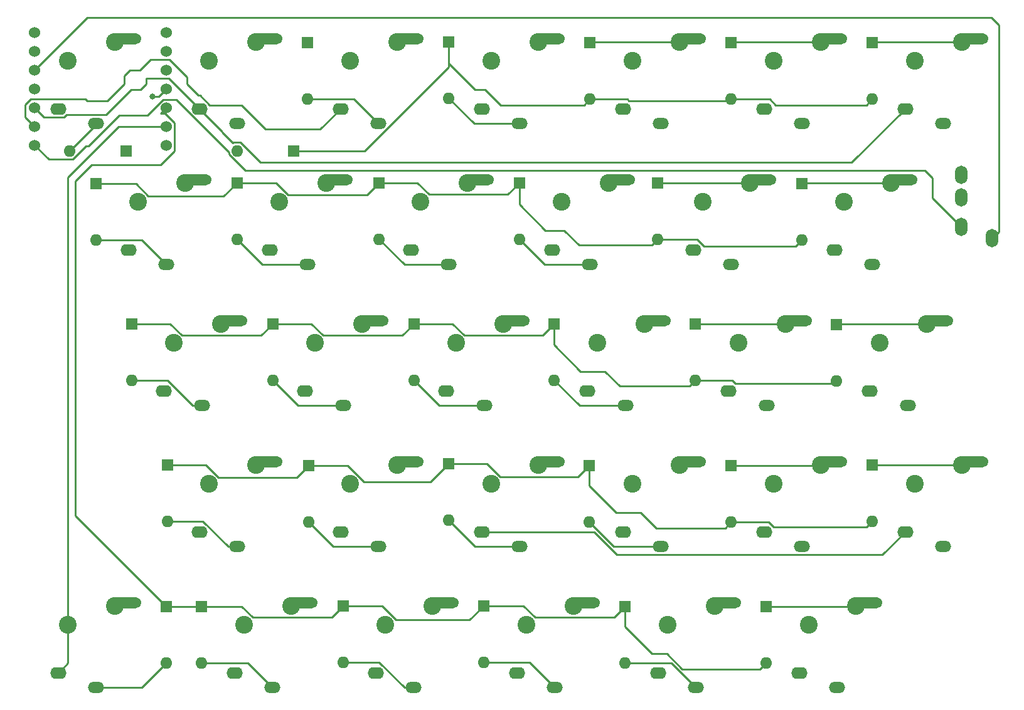
<source format=gbr>
%TF.GenerationSoftware,KiCad,Pcbnew,(7.0.0)*%
%TF.CreationDate,2023-02-28T11:22:52+09:00*%
%TF.ProjectId,sgkb,73676b62-2e6b-4696-9361-645f70636258,rev?*%
%TF.SameCoordinates,Original*%
%TF.FileFunction,Copper,L2,Bot*%
%TF.FilePolarity,Positive*%
%FSLAX46Y46*%
G04 Gerber Fmt 4.6, Leading zero omitted, Abs format (unit mm)*
G04 Created by KiCad (PCBNEW (7.0.0)) date 2023-02-28 11:22:52*
%MOMM*%
%LPD*%
G01*
G04 APERTURE LIST*
G04 Aperture macros list*
%AMHorizOval*
0 Thick line with rounded ends*
0 $1 width*
0 $2 $3 position (X,Y) of the first rounded end (center of the circle)*
0 $4 $5 position (X,Y) of the second rounded end (center of the circle)*
0 Add line between two ends*
20,1,$1,$2,$3,$4,$5,0*
0 Add two circle primitives to create the rounded ends*
1,1,$1,$2,$3*
1,1,$1,$4,$5*%
G04 Aperture macros list end*
%TA.AperFunction,ComponentPad*%
%ADD10O,2.200000X1.600000*%
%TD*%
%TA.AperFunction,ComponentPad*%
%ADD11C,2.400000*%
%TD*%
%TA.AperFunction,ComponentPad*%
%ADD12O,2.200000X1.500000*%
%TD*%
%TA.AperFunction,ComponentPad*%
%ADD13HorizOval,1.500000X1.449945X0.012653X-1.449945X-0.012653X0*%
%TD*%
%TA.AperFunction,ComponentPad*%
%ADD14R,1.600000X1.600000*%
%TD*%
%TA.AperFunction,ComponentPad*%
%ADD15O,1.600000X1.600000*%
%TD*%
%TA.AperFunction,ComponentPad*%
%ADD16O,1.700000X2.500000*%
%TD*%
%TA.AperFunction,ComponentPad*%
%ADD17C,1.524000*%
%TD*%
%TA.AperFunction,ViaPad*%
%ADD18C,0.800000*%
%TD*%
%TA.AperFunction,Conductor*%
%ADD19C,0.250000*%
%TD*%
G04 APERTURE END LIST*
D10*
%TO.P,SW32,1,1*%
%TO.N,COL2*%
X71099999Y-132487499D03*
D11*
X72390000Y-126047500D03*
D12*
%TO.P,SW32,2,2*%
%TO.N,Net-(D32-A)*%
X76199999Y-134487499D03*
D11*
X78740000Y-123507500D03*
D13*
X80100041Y-123047098D03*
%TD*%
D10*
%TO.P,SW43,1,1*%
%TO.N,COL3*%
X94912499Y-151537499D03*
D11*
X96202500Y-145097500D03*
D12*
%TO.P,SW43,2,2*%
%TO.N,Net-(D43-A)*%
X100012499Y-153537499D03*
D11*
X102552500Y-142557500D03*
D13*
X103912541Y-142097098D03*
%TD*%
D14*
%TO.P,D41,1,K*%
%TO.N,ROW5*%
X66674999Y-142620999D03*
D15*
%TO.P,D41,2,A*%
%TO.N,Net-(D41-A)*%
X66674999Y-150240999D03*
%TD*%
D14*
%TO.P,D35,1,K*%
%TO.N,ROW4*%
X123697999Y-123570999D03*
D15*
%TO.P,D35,2,A*%
%TO.N,Net-(D35-A)*%
X123697999Y-131190999D03*
%TD*%
D10*
%TO.P,SW13,1,1*%
%TO.N,COL3*%
X80624999Y-94387499D03*
D11*
X81915000Y-87947500D03*
D12*
%TO.P,SW13,2,2*%
%TO.N,Net-(D13-A)*%
X85724999Y-96387499D03*
D11*
X88265000Y-85407500D03*
D13*
X89625041Y-84947098D03*
%TD*%
D10*
%TO.P,SW41,1,1*%
%TO.N,COL1*%
X52049999Y-151537499D03*
D11*
X53340000Y-145097500D03*
D12*
%TO.P,SW41,2,2*%
%TO.N,Net-(D41-A)*%
X57149999Y-153537499D03*
D11*
X59690000Y-142557500D03*
D13*
X61050041Y-142097098D03*
%TD*%
D14*
%TO.P,D8,1,K*%
%TO.N,Net-(D8-K)*%
X161924999Y-66420999D03*
D15*
%TO.P,D8,2,A*%
%TO.N,ROW1*%
X161924999Y-74040999D03*
%TD*%
D14*
%TO.P,D43,1,K*%
%TO.N,ROW5*%
X90550999Y-142493999D03*
D15*
%TO.P,D43,2,A*%
%TO.N,Net-(D43-A)*%
X90550999Y-150113999D03*
%TD*%
D10*
%TO.P,SW34,1,1*%
%TO.N,COL4*%
X109199999Y-132487499D03*
D11*
X110490000Y-126047500D03*
D12*
%TO.P,SW34,2,2*%
%TO.N,Net-(D34-A)*%
X114299999Y-134487499D03*
D11*
X116840000Y-123507500D03*
D13*
X118200041Y-123047098D03*
%TD*%
D10*
%TO.P,SW27,1,1*%
%TO.N,COL4*%
X161587499Y-113437499D03*
D11*
X162877500Y-106997500D03*
D12*
%TO.P,SW27,2,2*%
%TO.N,Net-(D27-K)*%
X166687499Y-115437499D03*
D11*
X169227500Y-104457500D03*
D13*
X170587541Y-103997098D03*
%TD*%
D14*
%TO.P,D32,1,K*%
%TO.N,ROW4*%
X66801999Y-123443999D03*
D15*
%TO.P,D32,2,A*%
%TO.N,Net-(D32-A)*%
X66801999Y-131063999D03*
%TD*%
D14*
%TO.P,D45,1,K*%
%TO.N,ROW5*%
X128523999Y-142620999D03*
D15*
%TO.P,D45,2,A*%
%TO.N,Net-(D45-A)*%
X128523999Y-150240999D03*
%TD*%
D14*
%TO.P,D3,1,K*%
%TO.N,ROW1*%
X83819999Y-81025999D03*
D15*
%TO.P,D3,2,A*%
%TO.N,Net-(D3-A)*%
X76199999Y-81025999D03*
%TD*%
D10*
%TO.P,SW25,1,1*%
%TO.N,COL5*%
X123487499Y-113437499D03*
D11*
X124777500Y-106997500D03*
D12*
%TO.P,SW25,2,2*%
%TO.N,Net-(D25-A)*%
X128587499Y-115437499D03*
D11*
X131127500Y-104457500D03*
D13*
X132487541Y-103997098D03*
%TD*%
D10*
%TO.P,SW6,1,1*%
%TO.N,COL5*%
X128249999Y-75337499D03*
D11*
X129540000Y-68897500D03*
D12*
%TO.P,SW6,2,2*%
%TO.N,Net-(D6-K)*%
X133349999Y-77337499D03*
D11*
X135890000Y-66357500D03*
D13*
X137250041Y-65897098D03*
%TD*%
D10*
%TO.P,SW4,1,1*%
%TO.N,COL4*%
X90149999Y-75337499D03*
D11*
X91440000Y-68897500D03*
D12*
%TO.P,SW4,2,2*%
%TO.N,Net-(D4-A)*%
X95249999Y-77337499D03*
D11*
X97790000Y-66357500D03*
D13*
X99150041Y-65897098D03*
%TD*%
D14*
%TO.P,D5,1,K*%
%TO.N,ROW1*%
X104774999Y-66293999D03*
D15*
%TO.P,D5,2,A*%
%TO.N,Net-(D5-A)*%
X104774999Y-73913999D03*
%TD*%
D14*
%TO.P,D22,1,K*%
%TO.N,ROW3*%
X61975999Y-104393999D03*
D15*
%TO.P,D22,2,A*%
%TO.N,Net-(D22-A)*%
X61975999Y-112013999D03*
%TD*%
D10*
%TO.P,SW7,1,1*%
%TO.N,COL4*%
X147299999Y-75337499D03*
D11*
X148590000Y-68897500D03*
D12*
%TO.P,SW7,2,2*%
%TO.N,Net-(D7-K)*%
X152399999Y-77337499D03*
D11*
X154940000Y-66357500D03*
D13*
X156300041Y-65897098D03*
%TD*%
D10*
%TO.P,SW17,1,1*%
%TO.N,COL4*%
X156824999Y-94387499D03*
D11*
X158115000Y-87947500D03*
D12*
%TO.P,SW17,2,2*%
%TO.N,Net-(D17-K)*%
X161924999Y-96387499D03*
D11*
X164465000Y-85407500D03*
D13*
X165825041Y-84947098D03*
%TD*%
D10*
%TO.P,SW24,1,1*%
%TO.N,COL4*%
X104437499Y-113437499D03*
D11*
X105727500Y-106997500D03*
D12*
%TO.P,SW24,2,2*%
%TO.N,Net-(D24-A)*%
X109537499Y-115437499D03*
D11*
X112077500Y-104457500D03*
D13*
X113437541Y-103997098D03*
%TD*%
D14*
%TO.P,D46,1,K*%
%TO.N,Net-(D46-K)*%
X147573999Y-142620999D03*
D15*
%TO.P,D46,2,A*%
%TO.N,ROW5*%
X147573999Y-150240999D03*
%TD*%
D10*
%TO.P,SW37,1,1*%
%TO.N,COL4*%
X166349999Y-132487499D03*
D11*
X167640000Y-126047500D03*
D12*
%TO.P,SW37,2,2*%
%TO.N,Net-(D37-K)*%
X171449999Y-134487499D03*
D11*
X173990000Y-123507500D03*
D13*
X175350041Y-123047098D03*
%TD*%
D10*
%TO.P,SW12,1,1*%
%TO.N,COL2*%
X61574999Y-94387499D03*
D11*
X62865000Y-87947500D03*
D12*
%TO.P,SW12,2,2*%
%TO.N,Net-(D12-A)*%
X66674999Y-96387499D03*
D11*
X69215000Y-85407500D03*
D13*
X70575041Y-84947098D03*
%TD*%
D14*
%TO.P,D6,1,K*%
%TO.N,Net-(D6-K)*%
X123824999Y-66420999D03*
D15*
%TO.P,D6,2,A*%
%TO.N,ROW1*%
X123824999Y-74040999D03*
%TD*%
D14*
%TO.P,D24,1,K*%
%TO.N,ROW3*%
X100075999Y-104393999D03*
D15*
%TO.P,D24,2,A*%
%TO.N,Net-(D24-A)*%
X100075999Y-112013999D03*
%TD*%
D10*
%TO.P,SW23,1,1*%
%TO.N,COL3*%
X85387499Y-113437499D03*
D11*
X86677500Y-106997500D03*
D12*
%TO.P,SW23,2,2*%
%TO.N,Net-(D23-A)*%
X90487499Y-115437499D03*
D11*
X93027500Y-104457500D03*
D13*
X94387541Y-103997098D03*
%TD*%
D14*
%TO.P,D14,1,K*%
%TO.N,ROW2*%
X95376999Y-85343999D03*
D15*
%TO.P,D14,2,A*%
%TO.N,Net-(D14-A)*%
X95376999Y-92963999D03*
%TD*%
D10*
%TO.P,SW33,1,1*%
%TO.N,COL3*%
X90149999Y-132487499D03*
D11*
X91440000Y-126047500D03*
D12*
%TO.P,SW33,2,2*%
%TO.N,Net-(D33-A)*%
X95249999Y-134487499D03*
D11*
X97790000Y-123507500D03*
D13*
X99150041Y-123047098D03*
%TD*%
D10*
%TO.P,SW15,1,1*%
%TO.N,COL5*%
X118724999Y-94387499D03*
D11*
X120015000Y-87947500D03*
D12*
%TO.P,SW15,2,2*%
%TO.N,Net-(D15-A)*%
X123824999Y-96387499D03*
D11*
X126365000Y-85407500D03*
D13*
X127725041Y-84947098D03*
%TD*%
D10*
%TO.P,SW46,1,1*%
%TO.N,COL5*%
X152062499Y-151537499D03*
D11*
X153352500Y-145097500D03*
D12*
%TO.P,SW46,2,2*%
%TO.N,Net-(D46-K)*%
X157162499Y-153537499D03*
D11*
X159702500Y-142557500D03*
D13*
X161062541Y-142097098D03*
%TD*%
D14*
%TO.P,D42,1,K*%
%TO.N,ROW5*%
X71373999Y-142620999D03*
D15*
%TO.P,D42,2,A*%
%TO.N,Net-(D42-A)*%
X71373999Y-150240999D03*
%TD*%
D10*
%TO.P,SW42,1,1*%
%TO.N,COL2*%
X75862499Y-151537499D03*
D11*
X77152500Y-145097500D03*
D12*
%TO.P,SW42,2,2*%
%TO.N,Net-(D42-A)*%
X80962499Y-153537499D03*
D11*
X83502500Y-142557500D03*
D13*
X84862541Y-142097098D03*
%TD*%
D10*
%TO.P,SW2,1,1*%
%TO.N,COL2*%
X52049999Y-75337499D03*
D11*
X53340000Y-68897500D03*
D12*
%TO.P,SW2,2,2*%
%TO.N,Net-(D2-A)*%
X57149999Y-77337499D03*
D11*
X59690000Y-66357500D03*
D13*
X61050041Y-65897098D03*
%TD*%
D14*
%TO.P,D13,1,K*%
%TO.N,ROW2*%
X76199999Y-85343999D03*
D15*
%TO.P,D13,2,A*%
%TO.N,Net-(D13-A)*%
X76199999Y-92963999D03*
%TD*%
D10*
%TO.P,SW3,1,1*%
%TO.N,COL3*%
X71099999Y-75337499D03*
D11*
X72390000Y-68897500D03*
D12*
%TO.P,SW3,2,2*%
%TO.N,Net-(D3-A)*%
X76199999Y-77337499D03*
D11*
X78740000Y-66357500D03*
D13*
X80100041Y-65897098D03*
%TD*%
D14*
%TO.P,D12,1,K*%
%TO.N,ROW2*%
X57149999Y-85470999D03*
D15*
%TO.P,D12,2,A*%
%TO.N,Net-(D12-A)*%
X57149999Y-93090999D03*
%TD*%
D14*
%TO.P,D23,1,K*%
%TO.N,ROW3*%
X81025999Y-104393999D03*
D15*
%TO.P,D23,2,A*%
%TO.N,Net-(D23-A)*%
X81025999Y-112013999D03*
%TD*%
D14*
%TO.P,D36,1,K*%
%TO.N,Net-(D36-K)*%
X142874999Y-123570999D03*
D15*
%TO.P,D36,2,A*%
%TO.N,ROW4*%
X142874999Y-131190999D03*
%TD*%
D14*
%TO.P,D25,1,K*%
%TO.N,ROW3*%
X118998999Y-104393999D03*
D15*
%TO.P,D25,2,A*%
%TO.N,Net-(D25-A)*%
X118998999Y-112013999D03*
%TD*%
D14*
%TO.P,D4,1,K*%
%TO.N,ROW1*%
X85724999Y-66420999D03*
D15*
%TO.P,D4,2,A*%
%TO.N,Net-(D4-A)*%
X85724999Y-74040999D03*
%TD*%
D10*
%TO.P,SW26,1,1*%
%TO.N,COL5*%
X142537499Y-113437499D03*
D11*
X143827500Y-106997500D03*
D12*
%TO.P,SW26,2,2*%
%TO.N,Net-(D26-K)*%
X147637499Y-115437499D03*
D11*
X150177500Y-104457500D03*
D13*
X151537541Y-103997098D03*
%TD*%
D14*
%TO.P,D44,1,K*%
%TO.N,ROW5*%
X109473999Y-142493999D03*
D15*
%TO.P,D44,2,A*%
%TO.N,Net-(D44-A)*%
X109473999Y-150113999D03*
%TD*%
D10*
%TO.P,SW14,1,1*%
%TO.N,COL4*%
X99674999Y-94387499D03*
D11*
X100965000Y-87947500D03*
D12*
%TO.P,SW14,2,2*%
%TO.N,Net-(D14-A)*%
X104774999Y-96387499D03*
D11*
X107315000Y-85407500D03*
D13*
X108675041Y-84947098D03*
%TD*%
D10*
%TO.P,SW35,1,1*%
%TO.N,COL5*%
X128249999Y-132487499D03*
D11*
X129540000Y-126047500D03*
D12*
%TO.P,SW35,2,2*%
%TO.N,Net-(D35-A)*%
X133349999Y-134487499D03*
D11*
X135890000Y-123507500D03*
D13*
X137250041Y-123047098D03*
%TD*%
D10*
%TO.P,SW22,1,1*%
%TO.N,COL2*%
X66337499Y-113437499D03*
D11*
X67627500Y-106997500D03*
D12*
%TO.P,SW22,2,2*%
%TO.N,Net-(D22-A)*%
X71437499Y-115437499D03*
D11*
X73977500Y-104457500D03*
D13*
X75337541Y-103997098D03*
%TD*%
D10*
%TO.P,SW5,1,1*%
%TO.N,COL5*%
X109199999Y-75337499D03*
D11*
X110490000Y-68897500D03*
D12*
%TO.P,SW5,2,2*%
%TO.N,Net-(D5-A)*%
X114299999Y-77337499D03*
D11*
X116840000Y-66357500D03*
D13*
X118200041Y-65897098D03*
%TD*%
D14*
%TO.P,D33,1,K*%
%TO.N,ROW4*%
X85851999Y-123570999D03*
D15*
%TO.P,D33,2,A*%
%TO.N,Net-(D33-A)*%
X85851999Y-131190999D03*
%TD*%
D10*
%TO.P,SW16,1,1*%
%TO.N,COL5*%
X137774999Y-94387499D03*
D11*
X139065000Y-87947500D03*
D12*
%TO.P,SW16,2,2*%
%TO.N,Net-(D16-K)*%
X142874999Y-96387499D03*
D11*
X145415000Y-85407500D03*
D13*
X146775041Y-84947098D03*
%TD*%
D14*
%TO.P,D37,1,K*%
%TO.N,Net-(D37-K)*%
X161924999Y-123443999D03*
D15*
%TO.P,D37,2,A*%
%TO.N,ROW4*%
X161924999Y-131063999D03*
%TD*%
D10*
%TO.P,SW44,1,1*%
%TO.N,COL4*%
X113962499Y-151537499D03*
D11*
X115252500Y-145097500D03*
D12*
%TO.P,SW44,2,2*%
%TO.N,Net-(D44-A)*%
X119062499Y-153537499D03*
D11*
X121602500Y-142557500D03*
D13*
X122962541Y-142097098D03*
%TD*%
D14*
%TO.P,D34,1,K*%
%TO.N,ROW4*%
X104774999Y-123316999D03*
D15*
%TO.P,D34,2,A*%
%TO.N,Net-(D34-A)*%
X104774999Y-130936999D03*
%TD*%
D14*
%TO.P,D15,1,K*%
%TO.N,ROW2*%
X114299999Y-85343999D03*
D15*
%TO.P,D15,2,A*%
%TO.N,Net-(D15-A)*%
X114299999Y-92963999D03*
%TD*%
D10*
%TO.P,SW36,1,1*%
%TO.N,COL5*%
X147299999Y-132487499D03*
D11*
X148590000Y-126047500D03*
D12*
%TO.P,SW36,2,2*%
%TO.N,Net-(D36-K)*%
X152399999Y-134487499D03*
D11*
X154940000Y-123507500D03*
D13*
X156300041Y-123047098D03*
%TD*%
D14*
%TO.P,D16,1,K*%
%TO.N,Net-(D16-K)*%
X132968999Y-85343999D03*
D15*
%TO.P,D16,2,A*%
%TO.N,ROW2*%
X132968999Y-92963999D03*
%TD*%
D10*
%TO.P,SW45,1,1*%
%TO.N,COL5*%
X133012499Y-151537499D03*
D11*
X134302500Y-145097500D03*
D12*
%TO.P,SW45,2,2*%
%TO.N,Net-(D45-A)*%
X138112499Y-153537499D03*
D11*
X140652500Y-142557500D03*
D13*
X142012541Y-142097098D03*
%TD*%
D14*
%TO.P,D17,1,K*%
%TO.N,Net-(D17-K)*%
X152399999Y-85470999D03*
D15*
%TO.P,D17,2,A*%
%TO.N,ROW2*%
X152399999Y-93090999D03*
%TD*%
D10*
%TO.P,SW8,1,1*%
%TO.N,COL3*%
X166349999Y-75337499D03*
D11*
X167640000Y-68897500D03*
D12*
%TO.P,SW8,2,2*%
%TO.N,Net-(D8-K)*%
X171449999Y-77337499D03*
D11*
X173990000Y-66357500D03*
D13*
X175350041Y-65897098D03*
%TD*%
D14*
%TO.P,D27,1,K*%
%TO.N,Net-(D27-K)*%
X157098999Y-104520999D03*
D15*
%TO.P,D27,2,A*%
%TO.N,ROW3*%
X157098999Y-112140999D03*
%TD*%
D14*
%TO.P,D26,1,K*%
%TO.N,Net-(D26-K)*%
X138048999Y-104393999D03*
D15*
%TO.P,D26,2,A*%
%TO.N,ROW3*%
X138048999Y-112013999D03*
%TD*%
D14*
%TO.P,D2,1,K*%
%TO.N,ROW1*%
X61213999Y-81025999D03*
D15*
%TO.P,D2,2,A*%
%TO.N,Net-(D2-A)*%
X53593999Y-81025999D03*
%TD*%
D14*
%TO.P,D7,1,K*%
%TO.N,Net-(D7-K)*%
X142874999Y-66420999D03*
D15*
%TO.P,D7,2,A*%
%TO.N,ROW1*%
X142874999Y-74040999D03*
%TD*%
D16*
%TO.P,J1,A*%
%TO.N,VCC*%
X178099999Y-92799999D03*
%TO.P,J1,B*%
%TO.N,GND*%
X173899999Y-84299999D03*
%TO.P,J1,C*%
%TO.N,unconnected-(J1-PadC)*%
X173899999Y-87299999D03*
%TO.P,J1,D*%
%TO.N,RX*%
X173899999Y-91299999D03*
%TD*%
D17*
%TO.P,U1,1,PA02_A0_D0*%
%TO.N,ROW1*%
X66675000Y-65024000D03*
%TO.P,U1,2,PA4_A1_D1*%
%TO.N,ROW2*%
X66675000Y-67564000D03*
%TO.P,U1,3,PA10_A2_D2*%
%TO.N,ROW3*%
X66675000Y-70104000D03*
%TO.P,U1,4,PA11_A3_D3*%
%TO.N,ROW4*%
X66675000Y-72644000D03*
%TO.P,U1,5,PA8_A4_D4_SDA*%
%TO.N,ROW5*%
X66675000Y-75184000D03*
%TO.P,U1,6,PA9_A5_D5_SCL*%
%TO.N,COL1*%
X66675000Y-77724000D03*
%TO.P,U1,7,PB08_A6_D6_TX*%
%TO.N,COL5*%
X66675000Y-80264000D03*
%TO.P,U1,8,PB09_A7_D7_RX*%
%TO.N,RX*%
X48895000Y-80264000D03*
%TO.P,U1,9,PA7_A8_D8_SCK*%
%TO.N,COL4*%
X48895000Y-77724000D03*
%TO.P,U1,10,PA5_A9_D9_MISO*%
%TO.N,COL3*%
X48895000Y-75184000D03*
%TO.P,U1,11,PA6_A10_D10_MOSI*%
%TO.N,COL2*%
X48895000Y-72644000D03*
%TO.P,U1,12,3V3*%
%TO.N,VCC*%
X48895000Y-70104000D03*
%TO.P,U1,13,GND*%
%TO.N,GND*%
X48895000Y-67564000D03*
%TO.P,U1,14,5V*%
%TO.N,unconnected-(U1-5V-Pad14)*%
X48895000Y-65024000D03*
%TD*%
D18*
%TO.N,ROW4*%
X64770000Y-73660000D03*
%TD*%
D19*
%TO.N,ROW1*%
X108271878Y-72712500D02*
X104775000Y-69215622D01*
X142653500Y-74262500D02*
X129065990Y-74262500D01*
X161925000Y-74041000D02*
X161125001Y-74840999D01*
X128844490Y-74041000D02*
X123825000Y-74041000D01*
X148881999Y-74840999D02*
X148082000Y-74041000D01*
X109677412Y-72712500D02*
X108271878Y-72712500D01*
X148082000Y-74041000D02*
X142875000Y-74041000D01*
X123825000Y-74041000D02*
X123025001Y-74840999D01*
X161125001Y-74840999D02*
X148881999Y-74840999D01*
X129065990Y-74262500D02*
X128844490Y-74041000D01*
X142875000Y-74041000D02*
X142653500Y-74262500D01*
X104775000Y-69682780D02*
X104775000Y-66294000D01*
X93431780Y-81026000D02*
X104775000Y-69682780D01*
X123025001Y-74840999D02*
X111805911Y-74840999D01*
X83820000Y-81026000D02*
X93431780Y-81026000D01*
X111805911Y-74840999D02*
X109677412Y-72712500D01*
X104775000Y-69215622D02*
X104775000Y-66294000D01*
%TO.N,Net-(D2-A)*%
X57150000Y-77470000D02*
X53594000Y-81026000D01*
X57150000Y-77337500D02*
X57150000Y-77470000D01*
%TO.N,Net-(D4-A)*%
X91953500Y-74041000D02*
X85725000Y-74041000D01*
X95250000Y-77337500D02*
X91953500Y-74041000D01*
%TO.N,Net-(D5-A)*%
X108198500Y-77337500D02*
X104775000Y-73914000D01*
X114300000Y-77337500D02*
X108198500Y-77337500D01*
%TO.N,Net-(D6-K)*%
X135890000Y-66357500D02*
X123888500Y-66357500D01*
X123888500Y-66357500D02*
X123825000Y-66421000D01*
%TO.N,Net-(D7-K)*%
X154940000Y-66357500D02*
X142938500Y-66357500D01*
X142938500Y-66357500D02*
X142875000Y-66421000D01*
%TO.N,Net-(D8-K)*%
X161988500Y-66357500D02*
X161925000Y-66421000D01*
X173990000Y-66357500D02*
X161988500Y-66357500D01*
%TO.N,Net-(D12-A)*%
X57150000Y-93091000D02*
X63378500Y-93091000D01*
X63378500Y-93091000D02*
X66675000Y-96387500D01*
%TO.N,Net-(D13-A)*%
X79623500Y-96387500D02*
X76200000Y-92964000D01*
X85725000Y-96387500D02*
X79623500Y-96387500D01*
%TO.N,Net-(D14-A)*%
X98800500Y-96387500D02*
X95377000Y-92964000D01*
X104775000Y-96387500D02*
X98800500Y-96387500D01*
%TO.N,Net-(D15-A)*%
X123825000Y-96387500D02*
X117723500Y-96387500D01*
X117723500Y-96387500D02*
X114300000Y-92964000D01*
%TO.N,Net-(D16-K)*%
X145415000Y-85407500D02*
X133032500Y-85407500D01*
X133032500Y-85407500D02*
X132969000Y-85344000D01*
%TO.N,Net-(D17-K)*%
X164465000Y-85407500D02*
X152463500Y-85407500D01*
X152463500Y-85407500D02*
X152400000Y-85471000D01*
%TO.N,Net-(D22-A)*%
X70228490Y-115437500D02*
X71437500Y-115437500D01*
X61976000Y-112014000D02*
X66804990Y-112014000D01*
X66804990Y-112014000D02*
X70228490Y-115437500D01*
%TO.N,Net-(D23-A)*%
X84449500Y-115437500D02*
X81026000Y-112014000D01*
X90487500Y-115437500D02*
X84449500Y-115437500D01*
%TO.N,Net-(D24-A)*%
X103499500Y-115437500D02*
X100076000Y-112014000D01*
X109537500Y-115437500D02*
X103499500Y-115437500D01*
%TO.N,Net-(D25-A)*%
X128587500Y-115437500D02*
X122422500Y-115437500D01*
X122422500Y-115437500D02*
X118999000Y-112014000D01*
%TO.N,Net-(D26-K)*%
X138112500Y-104457500D02*
X138049000Y-104394000D01*
X150177500Y-104457500D02*
X138112500Y-104457500D01*
%TO.N,Net-(D27-K)*%
X157162500Y-104457500D02*
X157099000Y-104521000D01*
X169227500Y-104457500D02*
X157162500Y-104457500D01*
%TO.N,Net-(D32-A)*%
X71567490Y-131064000D02*
X74990990Y-134487500D01*
X66802000Y-131064000D02*
X71567490Y-131064000D01*
X74990990Y-134487500D02*
X76200000Y-134487500D01*
%TO.N,Net-(D33-A)*%
X89148500Y-134487500D02*
X85852000Y-131191000D01*
X95250000Y-134487500D02*
X89148500Y-134487500D01*
%TO.N,Net-(D34-A)*%
X108325500Y-134487500D02*
X104775000Y-130937000D01*
X114300000Y-134487500D02*
X108325500Y-134487500D01*
%TO.N,Net-(D35-A)*%
X133350000Y-134487500D02*
X126994500Y-134487500D01*
X126994500Y-134487500D02*
X123698000Y-131191000D01*
%TO.N,Net-(D36-K)*%
X154876500Y-123571000D02*
X154940000Y-123507500D01*
X142875000Y-123571000D02*
X154876500Y-123571000D01*
%TO.N,Net-(D37-K)*%
X173990000Y-123507500D02*
X161988500Y-123507500D01*
X161988500Y-123507500D02*
X161925000Y-123444000D01*
%TO.N,Net-(D41-A)*%
X63378500Y-153537500D02*
X66675000Y-150241000D01*
X57150000Y-153537500D02*
X63378500Y-153537500D01*
%TO.N,Net-(D42-A)*%
X77666000Y-150241000D02*
X80962500Y-153537500D01*
X71374000Y-150241000D02*
X77666000Y-150241000D01*
%TO.N,Net-(D43-A)*%
X90551000Y-150114000D02*
X95379990Y-150114000D01*
X95379990Y-150114000D02*
X98803490Y-153537500D01*
X98803490Y-153537500D02*
X100012500Y-153537500D01*
%TO.N,Net-(D44-A)*%
X115639000Y-150114000D02*
X119062500Y-153537500D01*
X109474000Y-150114000D02*
X115639000Y-150114000D01*
%TO.N,Net-(D45-A)*%
X134816000Y-150241000D02*
X138112500Y-153537500D01*
X128524000Y-150241000D02*
X134816000Y-150241000D01*
%TO.N,Net-(D46-K)*%
X159639000Y-142621000D02*
X159702500Y-142557500D01*
X147574000Y-142621000D02*
X159639000Y-142621000D01*
%TO.N,ROW2*%
X93756588Y-86964412D02*
X83088588Y-86964412D01*
X114300000Y-88265622D02*
X114300000Y-85344000D01*
X151600001Y-93890999D02*
X139169489Y-93890999D01*
X132969000Y-92964000D02*
X132169001Y-93763999D01*
X114300000Y-85344000D02*
X112711500Y-86932500D01*
X112711500Y-86932500D02*
X102106676Y-86932500D01*
X152400000Y-93091000D02*
X151600001Y-93890999D01*
X95377000Y-85344000D02*
X93756588Y-86964412D01*
X62545176Y-85471000D02*
X57150000Y-85471000D01*
X122356911Y-93763999D02*
X120355412Y-91762500D01*
X100518176Y-85344000D02*
X95377000Y-85344000D01*
X138242490Y-92964000D02*
X132969000Y-92964000D01*
X76200000Y-85344000D02*
X74389088Y-87154912D01*
X83088588Y-86964412D02*
X81468176Y-85344000D01*
X132169001Y-93763999D02*
X122356911Y-93763999D01*
X74389088Y-87154912D02*
X64229088Y-87154912D01*
X120355412Y-91762500D02*
X117796878Y-91762500D01*
X117796878Y-91762500D02*
X114300000Y-88265622D01*
X102106676Y-86932500D02*
X100518176Y-85344000D01*
X64229088Y-87154912D02*
X62545176Y-85471000D01*
X81468176Y-85344000D02*
X76200000Y-85344000D01*
X139169489Y-93890999D02*
X138242490Y-92964000D01*
%TO.N,ROW3*%
X100076000Y-104394000D02*
X98487500Y-105982500D01*
X106871500Y-105982500D02*
X105283000Y-104394000D01*
X105283000Y-104394000D02*
X100076000Y-104394000D01*
X156782995Y-112457005D02*
X143447995Y-112457005D01*
X118999000Y-104394000D02*
X117410500Y-105982500D01*
X98487500Y-105982500D02*
X87821500Y-105982500D01*
X81026000Y-104394000D02*
X79437500Y-105982500D01*
X87821500Y-105982500D02*
X86233000Y-104394000D01*
X137249001Y-112813999D02*
X127868846Y-112813999D01*
X157099000Y-112141000D02*
X156782995Y-112457005D01*
X143004990Y-112014000D02*
X138049000Y-112014000D01*
X117410500Y-105982500D02*
X106871500Y-105982500D01*
X79437500Y-105982500D02*
X68769176Y-105982500D01*
X67180676Y-104394000D02*
X61976000Y-104394000D01*
X127868846Y-112813999D02*
X125867347Y-110812500D01*
X68769176Y-105982500D02*
X67180676Y-104394000D01*
X125867347Y-110812500D02*
X122559378Y-110812500D01*
X143447995Y-112457005D02*
X143004990Y-112014000D01*
X122559378Y-110812500D02*
X118999000Y-107252122D01*
X138049000Y-112014000D02*
X137249001Y-112813999D01*
X118999000Y-107252122D02*
X118999000Y-104394000D01*
X86233000Y-104394000D02*
X81026000Y-104394000D01*
%TO.N,ROW4*%
X104775000Y-123317000D02*
X102329500Y-125762500D01*
X142075001Y-131990999D02*
X132758346Y-131990999D01*
X91120176Y-123571000D02*
X85852000Y-123571000D01*
X130629847Y-129862500D02*
X127321878Y-129862500D01*
X142875000Y-131191000D02*
X142075001Y-131990999D01*
X93311676Y-125762500D02*
X91120176Y-123571000D01*
X66675000Y-72644000D02*
X65659000Y-73660000D01*
X123698000Y-126238622D02*
X123698000Y-123571000D01*
X123698000Y-123571000D02*
X122204588Y-125064412D01*
X127321878Y-129862500D02*
X123698000Y-126238622D01*
X71943176Y-123444000D02*
X66802000Y-123444000D01*
X161125001Y-131863999D02*
X148567489Y-131863999D01*
X84231588Y-125191412D02*
X73690588Y-125191412D01*
X132758346Y-131990999D02*
X130629847Y-129862500D01*
X111663588Y-125064412D02*
X109916176Y-123317000D01*
X122204588Y-125064412D02*
X111663588Y-125064412D01*
X85852000Y-123571000D02*
X84231588Y-125191412D01*
X147894490Y-131191000D02*
X142875000Y-131191000D01*
X148567489Y-131863999D02*
X147894490Y-131191000D01*
X161925000Y-131064000D02*
X161125001Y-131863999D01*
X73690588Y-125191412D02*
X71943176Y-123444000D01*
X109916176Y-123317000D02*
X104775000Y-123317000D01*
X102329500Y-125762500D02*
X93311676Y-125762500D01*
X65659000Y-73660000D02*
X64770000Y-73660000D01*
%TO.N,ROW5*%
X54356000Y-130302000D02*
X66675000Y-142621000D01*
X128524000Y-142621000D02*
X127062500Y-144082500D01*
X132142878Y-148971000D02*
X128524000Y-145352122D01*
X136252395Y-151040999D02*
X134182396Y-148971000D01*
X66434251Y-75946000D02*
X67762000Y-77273749D01*
X88962500Y-144082500D02*
X78294176Y-144082500D01*
X95755676Y-142494000D02*
X90551000Y-142494000D01*
X116394176Y-144082500D02*
X114805676Y-142494000D01*
X147574000Y-150241000D02*
X146774001Y-151040999D01*
X66675000Y-75184000D02*
X65913000Y-75946000D01*
X128524000Y-145352122D02*
X128524000Y-142621000D01*
X56568324Y-82931000D02*
X54356000Y-85143324D01*
X67762000Y-77273749D02*
X67762000Y-81082000D01*
X127062500Y-144082500D02*
X116394176Y-144082500D01*
X109474000Y-142494000D02*
X107567838Y-144400162D01*
X54356000Y-85143324D02*
X54356000Y-130302000D01*
X76832676Y-142621000D02*
X71374000Y-142621000D01*
X71374000Y-142621000D02*
X66675000Y-142621000D01*
X65913000Y-82931000D02*
X56568324Y-82931000D01*
X67762000Y-81082000D02*
X65913000Y-82931000D01*
X134182396Y-148971000D02*
X132142878Y-148971000D01*
X97661838Y-144400162D02*
X95755676Y-142494000D01*
X114805676Y-142494000D02*
X109474000Y-142494000D01*
X90551000Y-142494000D02*
X88962500Y-144082500D01*
X78294176Y-144082500D02*
X76832676Y-142621000D01*
X146774001Y-151040999D02*
X136252395Y-151040999D01*
X65913000Y-75946000D02*
X66434251Y-75946000D01*
X107567838Y-144400162D02*
X97661838Y-144400162D01*
%TO.N,COL1*%
X66675000Y-77724000D02*
X60198000Y-77724000D01*
X60198000Y-77724000D02*
X53340000Y-84582000D01*
X52050000Y-151537500D02*
X53340000Y-150247500D01*
X53340000Y-150247500D02*
X53340000Y-145097500D01*
X53340000Y-84582000D02*
X53340000Y-145097500D01*
%TO.N,COL3*%
X79314991Y-82550000D02*
X159137500Y-82550000D01*
X53145745Y-76132745D02*
X52815990Y-76462500D01*
X63925000Y-71965622D02*
X63178122Y-72712500D01*
X71100000Y-75337500D02*
X67009500Y-71247000D01*
X52815990Y-76462500D02*
X50173500Y-76462500D01*
X159137500Y-82550000D02*
X166350000Y-75337500D01*
X75734009Y-79901000D02*
X76665991Y-79901000D01*
X67009500Y-71247000D02*
X63925000Y-71247000D01*
X63178122Y-72712500D02*
X61907500Y-72712500D01*
X61907500Y-72712500D02*
X58487255Y-76132745D01*
X74175000Y-78412500D02*
X74175000Y-78493000D01*
X58487255Y-76132745D02*
X53145745Y-76132745D01*
X71100000Y-75337500D02*
X74175000Y-78412500D01*
X76665991Y-79901000D02*
X79314991Y-82550000D01*
X75658505Y-79976505D02*
X75734009Y-79901000D01*
X50173500Y-76462500D02*
X48895000Y-75184000D01*
X74175000Y-78493000D02*
X75658505Y-79976505D01*
X63925000Y-71247000D02*
X63925000Y-71965622D01*
%TO.N,COL4*%
X48895000Y-77724000D02*
X47625000Y-76454000D01*
X63060500Y-70162500D02*
X64516000Y-68707000D01*
X87382500Y-78105000D02*
X90150000Y-75337500D01*
X109200000Y-132487500D02*
X124358104Y-132487500D01*
X71186490Y-73533000D02*
X72525000Y-74871510D01*
X58706500Y-74262500D02*
X61005000Y-71964000D01*
X61005000Y-71964000D02*
X61005000Y-70930088D01*
X72525000Y-74871510D02*
X76776510Y-74871510D01*
X67056000Y-68707000D02*
X69425000Y-71076000D01*
X47625000Y-74803000D02*
X48389673Y-74038327D01*
X55979847Y-74262500D02*
X58706500Y-74262500D01*
X69425000Y-71076000D02*
X69425000Y-71965622D01*
X76776510Y-74871510D02*
X80010000Y-78105000D01*
X64516000Y-68707000D02*
X67056000Y-68707000D01*
X127433104Y-135562500D02*
X163275000Y-135562500D01*
X70992378Y-73533000D02*
X71186490Y-73533000D01*
X80010000Y-78105000D02*
X87382500Y-78105000D01*
X124358104Y-132487500D02*
X127433104Y-135562500D01*
X61772588Y-70162500D02*
X63060500Y-70162500D01*
X69425000Y-71965622D02*
X70992378Y-73533000D01*
X61005000Y-70930088D02*
X61772588Y-70162500D01*
X163275000Y-135562500D02*
X166350000Y-132487500D01*
X55755674Y-74038327D02*
X55979847Y-74262500D01*
X48389673Y-74038327D02*
X55755674Y-74038327D01*
X47625000Y-76454000D02*
X47625000Y-74803000D01*
%TO.N,VCC*%
X179000000Y-92000000D02*
X179000000Y-64000000D01*
X179000000Y-64000000D02*
X178000000Y-63000000D01*
X178000000Y-63000000D02*
X55999000Y-63000000D01*
X178200000Y-92800000D02*
X179000000Y-92000000D01*
X55999000Y-63000000D02*
X48895000Y-70104000D01*
X178100000Y-92800000D02*
X178200000Y-92800000D01*
%TO.N,RX*%
X170000000Y-87400000D02*
X170000000Y-84693000D01*
X56134000Y-80391000D02*
X55819991Y-80391000D01*
X66224749Y-74097000D02*
X64121749Y-76200000D01*
X55819991Y-80391000D02*
X54059991Y-82151000D01*
X64121749Y-76200000D02*
X60327018Y-76200000D01*
X50782000Y-82151000D02*
X48895000Y-80264000D01*
X173900000Y-91300000D02*
X170000000Y-87400000D01*
X75075000Y-81491991D02*
X75075000Y-81203490D01*
X54059991Y-82151000D02*
X50782000Y-82151000D01*
X77276009Y-83693000D02*
X75075000Y-81491991D01*
X60327018Y-76200000D02*
X59944273Y-76582745D01*
X59944273Y-76582745D02*
X59942255Y-76582745D01*
X67968510Y-74097000D02*
X66224749Y-74097000D01*
X75075000Y-81203490D02*
X67968510Y-74097000D01*
X59942255Y-76582745D02*
X56134000Y-80391000D01*
X170000000Y-84693000D02*
X169000000Y-83693000D01*
X169000000Y-83693000D02*
X77276009Y-83693000D01*
%TD*%
M02*

</source>
